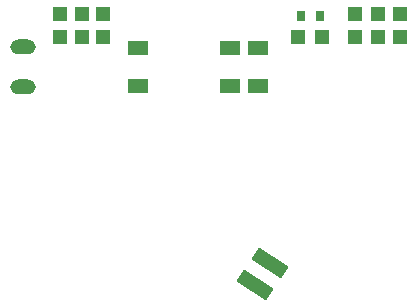
<source format=gbp>
G04*
G04 #@! TF.GenerationSoftware,Altium Limited,Altium Designer,20.0.13 (296)*
G04*
G04 Layer_Color=2631768*
%FSLAX44Y44*%
%MOMM*%
G71*
G01*
G75*
G04:AMPARAMS|DCode=33|XSize=1.2mm|YSize=3mm|CornerRadius=0mm|HoleSize=0mm|Usage=FLASHONLY|Rotation=237.000|XOffset=0mm|YOffset=0mm|HoleType=Round|Shape=Rectangle|*
%AMROTATEDRECTD33*
4,1,4,-0.9312,1.3202,1.5848,-0.3138,0.9312,-1.3202,-1.5848,0.3138,-0.9312,1.3202,0.0*
%
%ADD33ROTATEDRECTD33*%

%ADD34R,1.7500X1.2000*%
%ADD35R,1.3000X1.1500*%
%ADD36R,0.7620X0.8382*%
%ADD37R,1.1500X1.3000*%
%ADD38O,2.1590X1.2700*%
D33*
X61100Y-257250D02*
D03*
X49118Y-275701D02*
D03*
D34*
X27500Y-75070D02*
D03*
Y-107070D02*
D03*
X51500Y-75070D02*
D03*
Y-107070D02*
D03*
X-50500Y-107000D02*
D03*
Y-75000D02*
D03*
D35*
X171500Y-46000D02*
D03*
Y-66000D02*
D03*
X152500D02*
D03*
Y-46000D02*
D03*
X133500Y-66000D02*
D03*
Y-46000D02*
D03*
X-80000Y-66000D02*
D03*
Y-46000D02*
D03*
X-98000Y-66000D02*
D03*
Y-46000D02*
D03*
X-116000Y-66000D02*
D03*
Y-46000D02*
D03*
D36*
X87372Y-47500D02*
D03*
X103628D02*
D03*
D37*
X85500Y-65500D02*
D03*
X105500D02*
D03*
D38*
X-147902Y-74257D02*
D03*
Y-107757D02*
D03*
M02*

</source>
